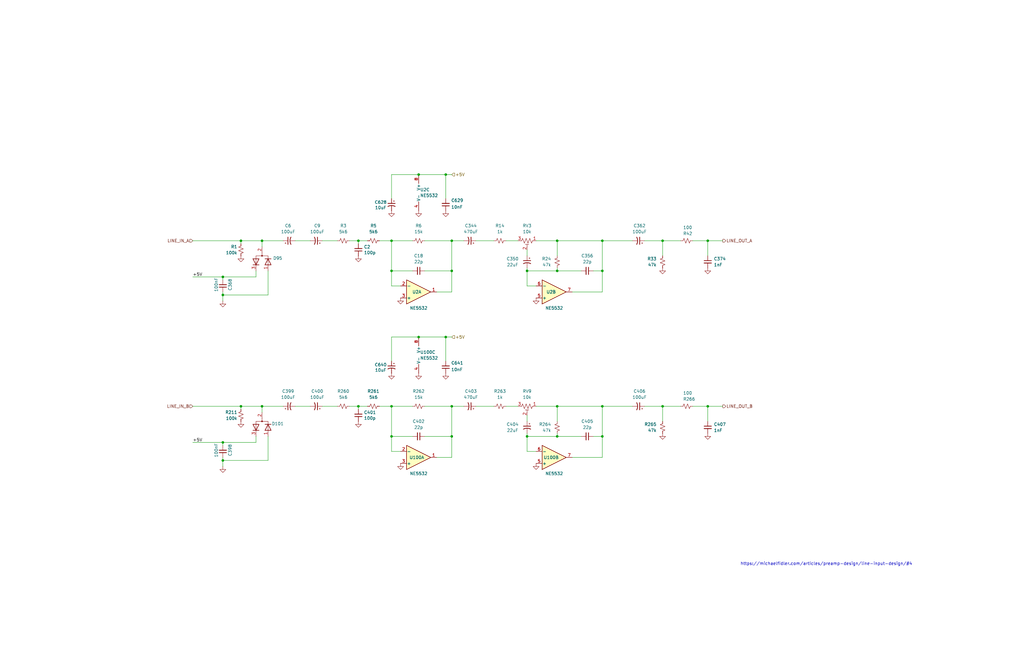
<source format=kicad_sch>
(kicad_sch (version 20250114) (generator "eeschema") (generator_version "9.0")
  (paper "B")
  (lib_symbols
    (symbol "Amplifier_Operational:NE5532" (pin_names (offset 0.127))
      (property "Reference" "U" (at 0 5.08 0))
      (property "Value" "NE5532" (at 0 -5.08 0))
      (symbol "NE5532_1_1"
        (polyline (pts (xy -5.08 5.08) (xy 5.08 0) (xy -5.08 -5.08) (xy -5.08 5.08)) (stroke (width 0.254)) (fill (type background)))
        (pin input line (at -7.62 2.54 0) (length 2.54) (name "+") (number "3"))
        (pin input line (at -7.62 -2.54 0) (length 2.54) (name "-") (number "2"))
        (pin output line (at 7.62 0 180) (length 2.54) (name "~") (number "1"))
      )
      (symbol "NE5532_2_1"
        (polyline (pts (xy -5.08 5.08) (xy 5.08 0) (xy -5.08 -5.08) (xy -5.08 5.08)) (stroke (width 0.254)) (fill (type background)))
        (pin input line (at -7.62 2.54 0) (length 2.54) (name "+") (number "5"))
        (pin input line (at -7.62 -2.54 0) (length 2.54) (name "-") (number "6"))
        (pin output line (at 7.62 0 180) (length 2.54) (name "~") (number "7"))
      )
      (symbol "NE5532_3_1"
        (pin power_in line (at -2.54 7.62 270) (length 3.81) (name "V+") (number "8"))
        (pin power_in line (at -2.54 -7.62 90) (length 3.81) (name "V-") (number "4"))
      )
    )
    (symbol "Device:C_Polarized_Small_US" (pin_numbers (hide yes)) (pin_names (offset 0.254) (hide yes))
      (property "Reference" "C" (at 0.254 1.778 0))
      (property "Value" "C_Polarized_Small_US" (at 0.254 -2.032 0))
      (symbol "C_Polarized_Small_US_0_1"
        (polyline (pts (xy -1.524 0.508) (xy 1.524 0.508)) (stroke (width 0.3048)))
        (polyline (pts (xy -1.27 1.524) (xy -0.762 1.524)))
        (polyline (pts (xy -1.016 1.27) (xy -1.016 1.778)))
        (arc (start -1.524 -0.762) (mid 0 -0.3734) (end 1.524 -0.762) (stroke (width 0.3048)))
      )
      (symbol "C_Polarized_Small_US_1_1"
        (pin passive line (at 0 2.54 270) (length 2.032) (name "~") (number "1"))
        (pin passive line (at 0 -2.54 90) (length 2.032) (name "~") (number "2"))
      )
    )
    (symbol "Device:C_Small" (pin_numbers (hide yes)) (pin_names (offset 0.254) (hide yes))
      (property "Reference" "C" (at 0.254 1.778 0))
      (property "Value" "C_Small" (at 0.254 -2.032 0))
      (symbol "C_Small_0_1"
        (polyline (pts (xy -1.524 0.508) (xy 1.524 0.508)) (stroke (width 0.3048)))
        (polyline (pts (xy -1.524 -0.508) (xy 1.524 -0.508)) (stroke (width 0.3302)))
      )
      (symbol "C_Small_1_1"
        (pin passive line (at 0 2.54 270) (length 2.032) (name "~") (number "1"))
        (pin passive line (at 0 -2.54 90) (length 2.032) (name "~") (number "2"))
      )
    )
    (symbol "Device:D_Dual_Series_ACK_Parallel" (pin_names (offset 0.762) (hide yes))
      (property "Reference" "D" (at 0 5.08 0))
      (property "Value" "D_Dual_Series_ACK_Parallel" (at 0 -5.08 0))
      (symbol "D_Dual_Series_ACK_Parallel_0_0"
        (polyline (pts (xy 0 -1.27) (xy 0 -3.81)) (stroke (width 0.254)))
        (polyline (pts (xy 2.54 3.81) (xy 2.54 1.27)) (stroke (width 0.254)))
      )
      (symbol "D_Dual_Series_ACK_Parallel_0_1"
        (circle (center -1.27 0) (radius 0.254) (fill (type outline)))
        (polyline (pts (xy -1.27 0) (xy -2.54 0)))
        (polyline (pts (xy 0 3.81) (xy 2.54 2.54) (xy 0 1.27) (xy 0 3.81) (xy 0 3.81) (xy 0 3.81)) (stroke (width 0.254)))
        (polyline (pts (xy 2.54 2.54) (xy -1.27 2.54) (xy -1.27 -2.54) (xy 2.54 -2.54)))
        (polyline (pts (xy 2.54 -1.27) (xy 0 -2.54) (xy 2.54 -3.81) (xy 2.54 -1.27) (xy 2.54 -1.27) (xy 2.54 -1.27)) (stroke (width 0.254)))
        (pin passive line (at -5.08 0 0) (length 2.54) (name "common") (number "2"))
        (pin passive line (at 5.08 2.54 180) (length 2.54) (name "K") (number "3"))
        (pin passive line (at 5.08 -2.54 180) (length 2.54) (name "A") (number "1"))
      )
    )
    (symbol "Device:R_Potentiometer_Trim_US" (pin_names (offset 1.016) (hide yes))
      (property "Reference" "RV" (at -4.445 0 90))
      (property "Value" "R_Potentiometer_Trim_US" (at -2.54 0 90))
      (symbol "R_Potentiometer_Trim_US_0_1"
        (polyline (pts (xy 0 2.286) (xy 0 2.54)))
        (polyline (pts (xy 0 2.286) (xy 1.016 1.905) (xy 0 1.524) (xy -1.016 1.143) (xy 0 0.762)))
        (polyline (pts (xy 0 0.762) (xy 1.016 0.381) (xy 0 0) (xy -1.016 -0.381) (xy 0 -0.762)))
        (polyline (pts (xy 0 -0.762) (xy 1.016 -1.143) (xy 0 -1.524) (xy -1.016 -1.905) (xy 0 -2.286)))
        (polyline (pts (xy 0 -2.286) (xy 0 -2.54)))
        (polyline (pts (xy 1.524 0.762) (xy 1.524 -0.762)))
        (polyline (pts (xy 2.54 0) (xy 1.524 0)))
      )
      (symbol "R_Potentiometer_Trim_US_1_1"
        (pin passive line (at 0 3.81 270) (length 1.27) (name "1") (number "1"))
        (pin passive line (at 0 -3.81 90) (length 1.27) (name "3") (number "3"))
        (pin passive line (at 3.81 0 180) (length 1.27) (name "2") (number "2"))
      )
    )
    (symbol "Device:R_Small_US" (pin_numbers (hide yes)) (pin_names (offset 0.254) (hide yes))
      (property "Reference" "R" (at 0.762 0.508 0))
      (property "Value" "R_Small_US" (at 0.762 -1.016 0))
      (symbol "R_Small_US_1_1"
        (polyline (pts (xy 0 1.524) (xy 1.016 1.143) (xy 0 0.762) (xy -1.016 0.381) (xy 0 0)))
        (polyline (pts (xy 0 0) (xy 1.016 -0.381) (xy 0 -0.762) (xy -1.016 -1.143) (xy 0 -1.524)))
        (pin passive line (at 0 2.54 270) (length 1.016) (name "~") (number "1"))
        (pin passive line (at 0 -2.54 90) (length 1.016) (name "~") (number "2"))
      )
    )
    (symbol "power:GND" (power) (pin_numbers (hide yes)) (pin_names (offset 0) (hide yes))
      (property "Value" "GND" (at 0 -3.81 0))
      (symbol "GND_0_1"
        (polyline (pts (xy 0 0) (xy 0 -1.27) (xy 1.27 -1.27) (xy 0 -2.54) (xy -1.27 -1.27) (xy 0 -1.27)))
      )
      (symbol "GND_1_1"
        (pin power_in line (at 0 0 270) (length 0) (name "~") (number "1"))
      )
    )
  )
  (text "https://michaelfidler.com/articles/preamp-design/line-input-design/#4" (at 348.488 237.998 0) (effects (font (size 1.27 1.27))))
  (junction (at 165.1 184.15))
  (junction (at 222.25 114.3))
  (junction (at 110.49 101.6))
  (junction (at 151.13 101.6))
  (junction (at 165.1 101.6))
  (junction (at 234.95 101.6))
  (junction (at 93.98 124.46))
  (junction (at 234.95 171.45))
  (junction (at 110.49 171.45))
  (junction (at 93.98 186.69))
  (junction (at 101.6 171.45))
  (junction (at 234.95 114.3))
  (junction (at 190.5 171.45))
  (junction (at 254 184.15))
  (junction (at 187.96 142.24))
  (junction (at 222.25 184.15))
  (junction (at 176.53 142.24))
  (junction (at 298.45 171.45))
  (junction (at 298.45 101.6))
  (junction (at 176.53 73.66))
  (junction (at 254 101.6))
  (junction (at 93.98 116.84))
  (junction (at 165.1 114.3))
  (junction (at 254 171.45))
  (junction (at 279.4 171.45))
  (junction (at 234.95 184.15))
  (junction (at 254 114.3))
  (junction (at 190.5 184.15))
  (junction (at 101.6 101.6))
  (junction (at 190.5 114.3))
  (junction (at 187.96 73.66))
  (junction (at 93.98 194.31))
  (junction (at 151.13 171.45))
  (junction (at 190.5 101.6))
  (junction (at 165.1 171.45))
  (junction (at 279.4 101.6))
  (wire (pts (xy 298.45 171.45) (xy 298.45 177.8)))
  (wire (pts (xy 187.96 142.24) (xy 176.53 142.24)))
  (wire (pts (xy 107.95 186.69) (xy 107.95 184.15)))
  (wire (pts (xy 151.13 172.72) (xy 151.13 171.45)))
  (wire (pts (xy 254 171.45) (xy 254 184.15)))
  (wire (pts (xy 254 101.6) (xy 234.95 101.6)))
  (wire (pts (xy 234.95 184.15) (xy 245.11 184.15)))
  (wire (pts (xy 165.1 83.82) (xy 165.1 73.66)))
  (wire (pts (xy 179.07 114.3) (xy 190.5 114.3)))
  (wire (pts (xy 298.45 101.6) (xy 298.45 107.95)))
  (wire (pts (xy 101.6 101.6) (xy 110.49 101.6)))
  (wire (pts (xy 226.06 120.65) (xy 222.25 120.65)))
  (wire (pts (xy 190.5 101.6) (xy 190.5 114.3)))
  (wire (pts (xy 81.28 101.6) (xy 101.6 101.6)))
  (wire (pts (xy 101.6 172.72) (xy 101.6 171.45)))
  (wire (pts (xy 222.25 120.65) (xy 222.25 114.3)))
  (wire (pts (xy 266.7 101.6) (xy 254 101.6)))
  (wire (pts (xy 110.49 104.14) (xy 110.49 101.6)))
  (wire (pts (xy 190.5 193.04) (xy 184.15 193.04)))
  (wire (pts (xy 113.03 114.3) (xy 113.03 124.46)))
  (wire (pts (xy 165.1 184.15) (xy 165.1 171.45)))
  (wire (pts (xy 165.1 184.15) (xy 173.99 184.15)))
  (wire (pts (xy 234.95 177.8) (xy 234.95 171.45)))
  (wire (pts (xy 279.4 101.6) (xy 271.78 101.6)))
  (wire (pts (xy 168.91 190.5) (xy 165.1 190.5)))
  (wire (pts (xy 254 101.6) (xy 254 114.3)))
  (wire (pts (xy 234.95 101.6) (xy 226.06 101.6)))
  (wire (pts (xy 241.3 123.19) (xy 254 123.19)))
  (wire (pts (xy 151.13 171.45) (xy 147.32 171.45)))
  (wire (pts (xy 250.19 184.15) (xy 254 184.15)))
  (wire (pts (xy 113.03 184.15) (xy 113.03 194.31)))
  (wire (pts (xy 234.95 114.3) (xy 222.25 114.3)))
  (wire (pts (xy 222.25 105.41) (xy 222.25 107.95)))
  (wire (pts (xy 113.03 124.46) (xy 93.98 124.46)))
  (wire (pts (xy 179.07 171.45) (xy 190.5 171.45)))
  (wire (pts (xy 250.19 114.3) (xy 254 114.3)))
  (wire (pts (xy 298.45 101.6) (xy 304.8 101.6)))
  (wire (pts (xy 234.95 171.45) (xy 226.06 171.45)))
  (wire (pts (xy 165.1 152.4) (xy 165.1 142.24)))
  (wire (pts (xy 113.03 194.31) (xy 93.98 194.31)))
  (wire (pts (xy 187.96 73.66) (xy 187.96 83.82)))
  (wire (pts (xy 107.95 186.69) (xy 93.98 186.69)))
  (wire (pts (xy 165.1 73.66) (xy 176.53 73.66)))
  (wire (pts (xy 110.49 171.45) (xy 119.38 171.45)))
  (wire (pts (xy 190.5 171.45) (xy 195.58 171.45)))
  (wire (pts (xy 200.66 171.45) (xy 208.28 171.45)))
  (wire (pts (xy 234.95 114.3) (xy 245.11 114.3)))
  (wire (pts (xy 107.95 116.84) (xy 107.95 114.3)))
  (wire (pts (xy 81.28 116.84) (xy 93.98 116.84)))
  (wire (pts (xy 279.4 101.6) (xy 287.02 101.6)))
  (wire (pts (xy 190.5 101.6) (xy 195.58 101.6)))
  (wire (pts (xy 187.96 73.66) (xy 176.53 73.66)))
  (wire (pts (xy 187.96 73.66) (xy 190.5 73.66)))
  (wire (pts (xy 101.6 102.87) (xy 101.6 101.6)))
  (wire (pts (xy 160.02 171.45) (xy 165.1 171.45)))
  (wire (pts (xy 93.98 127) (xy 93.98 124.46)))
  (wire (pts (xy 213.36 171.45) (xy 218.44 171.45)))
  (wire (pts (xy 279.4 107.95) (xy 279.4 101.6)))
  (wire (pts (xy 151.13 101.6) (xy 147.32 101.6)))
  (wire (pts (xy 254 171.45) (xy 234.95 171.45)))
  (wire (pts (xy 213.36 101.6) (xy 218.44 101.6)))
  (wire (pts (xy 93.98 196.85) (xy 93.98 194.31)))
  (wire (pts (xy 222.25 184.15) (xy 222.25 182.88)))
  (wire (pts (xy 254 123.19) (xy 254 114.3)))
  (wire (pts (xy 187.96 142.24) (xy 187.96 152.4)))
  (wire (pts (xy 234.95 113.03) (xy 234.95 114.3)))
  (wire (pts (xy 151.13 171.45) (xy 154.94 171.45)))
  (wire (pts (xy 222.25 190.5) (xy 222.25 184.15)))
  (wire (pts (xy 279.4 171.45) (xy 287.02 171.45)))
  (wire (pts (xy 165.1 142.24) (xy 176.53 142.24)))
  (wire (pts (xy 165.1 114.3) (xy 173.99 114.3)))
  (wire (pts (xy 190.5 114.3) (xy 190.5 123.19)))
  (wire (pts (xy 93.98 186.69) (xy 93.98 187.96)))
  (wire (pts (xy 110.49 101.6) (xy 119.38 101.6)))
  (wire (pts (xy 165.1 114.3) (xy 165.1 120.65)))
  (wire (pts (xy 292.1 171.45) (xy 298.45 171.45)))
  (wire (pts (xy 165.1 184.15) (xy 165.1 190.5)))
  (wire (pts (xy 165.1 171.45) (xy 173.99 171.45)))
  (wire (pts (xy 151.13 102.87) (xy 151.13 101.6)))
  (wire (pts (xy 165.1 114.3) (xy 165.1 101.6)))
  (wire (pts (xy 222.25 114.3) (xy 222.25 113.03)))
  (wire (pts (xy 107.95 116.84) (xy 93.98 116.84)))
  (wire (pts (xy 160.02 101.6) (xy 165.1 101.6)))
  (wire (pts (xy 135.89 171.45) (xy 142.24 171.45)))
  (wire (pts (xy 124.46 171.45) (xy 130.81 171.45)))
  (wire (pts (xy 81.28 186.69) (xy 93.98 186.69)))
  (wire (pts (xy 279.4 171.45) (xy 271.78 171.45)))
  (wire (pts (xy 222.25 175.26) (xy 222.25 177.8)))
  (wire (pts (xy 266.7 171.45) (xy 254 171.45)))
  (wire (pts (xy 200.66 101.6) (xy 208.28 101.6)))
  (wire (pts (xy 292.1 101.6) (xy 298.45 101.6)))
  (wire (pts (xy 110.49 173.99) (xy 110.49 171.45)))
  (wire (pts (xy 234.95 182.88) (xy 234.95 184.15)))
  (wire (pts (xy 165.1 101.6) (xy 173.99 101.6)))
  (wire (pts (xy 101.6 171.45) (xy 110.49 171.45)))
  (wire (pts (xy 279.4 177.8) (xy 279.4 171.45)))
  (wire (pts (xy 234.95 107.95) (xy 234.95 101.6)))
  (wire (pts (xy 241.3 193.04) (xy 254 193.04)))
  (wire (pts (xy 93.98 193.04) (xy 93.98 194.31)))
  (wire (pts (xy 124.46 101.6) (xy 130.81 101.6)))
  (wire (pts (xy 93.98 123.19) (xy 93.98 124.46)))
  (wire (pts (xy 81.28 171.45) (xy 101.6 171.45)))
  (wire (pts (xy 254 193.04) (xy 254 184.15)))
  (wire (pts (xy 93.98 116.84) (xy 93.98 118.11)))
  (wire (pts (xy 179.07 101.6) (xy 190.5 101.6)))
  (wire (pts (xy 190.5 123.19) (xy 184.15 123.19)))
  (wire (pts (xy 187.96 142.24) (xy 190.5 142.24)))
  (wire (pts (xy 298.45 171.45) (xy 304.8 171.45)))
  (wire (pts (xy 234.95 184.15) (xy 222.25 184.15)))
  (wire (pts (xy 190.5 184.15) (xy 190.5 193.04)))
  (wire (pts (xy 168.91 120.65) (xy 165.1 120.65)))
  (wire (pts (xy 179.07 184.15) (xy 190.5 184.15)))
  (wire (pts (xy 190.5 171.45) (xy 190.5 184.15)))
  (wire (pts (xy 151.13 101.6) (xy 154.94 101.6)))
  (wire (pts (xy 135.89 101.6) (xy 142.24 101.6)))
  (wire (pts (xy 226.06 190.5) (xy 222.25 190.5)))
  (label "+5V" (at 81.28 186.69 0))
  (label "+5V" (at 81.28 116.84 0))
  (hierarchical_label "LINE_OUT_A" (shape output) (at 304.8 101.6 0))
  (hierarchical_label "+5V" (shape input) (at 190.5 73.66 0))
  (hierarchical_label "+5V" (shape input) (at 190.5 142.24 0))
  (hierarchical_label "LINE_OUT_B" (shape output) (at 304.8 171.45 0))
  (hierarchical_label "LINE_IN_B" (shape input) (at 81.28 171.45 180))
  (hierarchical_label "LINE_IN_A" (shape input) (at 81.28 101.6 180))
  (symbol (lib_id "Device:C_Small") (at 247.65 114.3 270) (unit 1)
    (property "Reference" "C354" (at 247.6436 107.95 90))
    (property "Value" "22p" (at 247.6436 110.49 90))
    (property "Description" "Unpolarized capacitor, small symbol" (effects (hide yes)))
    (instances (project "PilotAudioPanel" (path "" (reference "C356") (unit 1)) (path "" (reference "C359") (unit 1)) (path "" (reference "C357") (unit 1)) (path "" (reference "C355") (unit 1)) (path "" (reference "C358") (unit 1)) (path "" (reference "C354") (unit 1))))
  )
  (symbol (lib_id "Device:R_Small_US") (at 210.82 101.6 90) (unit 1)
    (property "Reference" "R11" (at 210.82 95.25 90))
    (property "Value" "1k" (at 210.82 97.79 90))
    (property "Description" "Resistor, small US symbol" (effects (hide yes)))
    (instances (project "PilotAudioPanel" (path "" (reference "R14") (unit 1)) (path "" (reference "R19") (unit 1)) (path "" (reference "R16") (unit 1)) (path "" (reference "R12") (unit 1)) (path "" (reference "R18") (unit 1)) (path "" (reference "R11") (unit 1))))
  )
  (symbol (lib_id "Device:C_Small") (at 298.45 180.34 0) (unit 1)
    (property "Reference" "C387" (at 300.99 179.0762 0) (effects (justify left)))
    (property "Value" "1nF" (at 300.99 181.6162 0) (effects (justify left)))
    (property "Description" "Unpolarized capacitor, small symbol" (effects (hide yes)))
    (instances (project "PilotAudioPanel" (path "" (reference "C407") (unit 1)) (path "" (reference "C437") (unit 1)) (path "" (reference "C417") (unit 1)) (path "" (reference "C397") (unit 1)) (path "" (reference "C427") (unit 1)) (path "" (reference "C387") (unit 1))))
  )
  (symbol (lib_id "Amplifier_Operational:NE5532") (at 176.53 123.19 0) (mirror x) (unit 1)
    (property "Reference" "U3" (at 175.768 123.19 0))
    (property "Value" "NE5532" (at 176.53 129.9902 0))
    (property "Datasheet" "http://www.ti.com/lit/ds/symlink/ne5532.pdf" (effects (hide yes)))
    (property "Description" "Dual Low-Noise Operational Amplifiers, DIP-8/SOIC-8" (effects (hide yes)))
    (instances (project "PilotAudioPanel" (path "" (reference "U2") (unit 1)) (path "" (reference "U7") (unit 1)) (path "" (reference "U5") (unit 1)) (path "" (reference "U4") (unit 1)) (path "" (reference "U6") (unit 1)) (path "" (reference "U3") (unit 1))))
  )
  (symbol (lib_id "power:GND") (at 279.4 182.88 0) (unit 1)
    (property "Reference" "#PWR0565" (effects (hide yes)))
    (property "Value" "GND" (effects (hide yes)))
    (property "Description" "Power symbol creates a global label with name \"GND\" , ground" (effects (hide yes)))
    (instances (project "PilotAudioPanel" (path "" (reference "#PWR0579") (unit 1)) (path "" (reference "#PWR0600") (unit 1)) (path "" (reference "#PWR0586") (unit 1)) (path "" (reference "#PWR0572") (unit 1)) (path "" (reference "#PWR0593") (unit 1)) (path "" (reference "#PWR0565") (unit 1))))
  )
  (symbol (lib_id "Device:C_Small") (at 187.96 86.36 0) (mirror x) (unit 1)
    (property "Reference" "C170" (at 190.246 84.582 0) (effects (justify left)))
    (property "Value" "10nF" (at 190.246 87.376 0) (effects (justify left)))
    (property "Description" "Unpolarized capacitor, small symbol" (effects (hide yes)))
    (instances (project "PilotAudioPanel" (path "" (reference "C629") (unit 1)) (path "" (reference "C635") (unit 1)) (path "" (reference "C631") (unit 1)) (path "" (reference "C627") (unit 1)) (path "" (reference "C633") (unit 1)) (path "" (reference "C170") (unit 1))))
  )
  (symbol (lib_id "Device:C_Small") (at 187.96 154.94 0) (mirror x) (unit 1)
    (property "Reference" "C637" (at 190.246 153.162 0) (effects (justify left)))
    (property "Value" "10nF" (at 190.246 155.956 0) (effects (justify left)))
    (property "Description" "Unpolarized capacitor, small symbol" (effects (hide yes)))
    (instances (project "PilotAudioPanel" (path "" (reference "C641") (unit 1)) (path "" (reference "C647") (unit 1)) (path "" (reference "C643") (unit 1)) (path "" (reference "C639") (unit 1)) (path "" (reference "C645") (unit 1)) (path "" (reference "C637") (unit 1))))
  )
  (symbol (lib_id "Device:R_Small_US") (at 279.4 180.34 0) (mirror x) (unit 1)
    (property "Reference" "R192" (at 276.86 179.0699 0) (effects (justify right)))
    (property "Value" "47k" (at 276.86 181.6099 0) (effects (justify right)))
    (property "Description" "Resistor, small US symbol" (effects (hide yes)))
    (instances (project "PilotAudioPanel" (path "" (reference "R265") (unit 1)) (path "" (reference "R289") (unit 1)) (path "" (reference "R273") (unit 1)) (path "" (reference "R200") (unit 1)) (path "" (reference "R281") (unit 1)) (path "" (reference "R192") (unit 1))))
  )
  (symbol (lib_id "power:GND") (at 165.1 157.48 0) (unit 1)
    (property "Reference" "#PWR0382" (effects (hide yes)))
    (property "Value" "GND" (effects (hide yes)))
    (property "Description" "Power symbol creates a global label with name \"GND\" , ground" (effects (hide yes)))
    (instances (project "PilotAudioPanel" (path "" (reference "#PWR0386") (unit 1)) (path "" (reference "#PWR0392") (unit 1)) (path "" (reference "#PWR0388") (unit 1)) (path "" (reference "#PWR0384") (unit 1)) (path "" (reference "#PWR0390") (unit 1)) (path "" (reference "#PWR0382") (unit 1))))
  )
  (symbol (lib_id "Amplifier_Operational:NE5532") (at 179.07 149.86 0) (unit 3)
    (property "Reference" "U98" (at 177.165 148.6478 0) (effects (justify left)))
    (property "Value" "NE5532" (at 177.165 151.0721 0) (effects (justify left)))
    (property "Datasheet" "http://www.ti.com/lit/ds/symlink/ne5532.pdf" (effects (hide yes)))
    (property "Description" "Dual Low-Noise Operational Amplifiers, DIP-8/SOIC-8" (effects (hide yes)))
    (instances (project "PilotAudioPanel" (path "" (reference "U100") (unit 3)) (path "" (reference "U103") (unit 3)) (path "" (reference "U101") (unit 3)) (path "" (reference "U99") (unit 3)) (path "" (reference "U102") (unit 3)) (path "" (reference "U98") (unit 3))))
  )
  (symbol (lib_id "Device:C_Small") (at 176.53 184.15 270) (unit 1)
    (property "Reference" "C382" (at 176.5236 177.8 90))
    (property "Value" "22p" (at 176.5236 180.34 90))
    (property "Description" "Unpolarized capacitor, small symbol" (effects (hide yes)))
    (instances (project "PilotAudioPanel" (path "" (reference "C402") (unit 1)) (path "" (reference "C432") (unit 1)) (path "" (reference "C412") (unit 1)) (path "" (reference "C392") (unit 1)) (path "" (reference "C422") (unit 1)) (path "" (reference "C382") (unit 1))))
  )
  (symbol (lib_id "Device:C_Small") (at 151.13 175.26 180) (unit 1)
    (property "Reference" "C381" (at 153.4541 174.0414 0) (effects (justify right)))
    (property "Value" "100p" (at 153.4541 176.4657 0) (effects (justify right)))
    (property "Description" "Unpolarized capacitor, small symbol" (effects (hide yes)))
    (instances (project "PilotAudioPanel" (path "" (reference "C401") (unit 1)) (path "" (reference "C431") (unit 1)) (path "" (reference "C411") (unit 1)) (path "" (reference "C391") (unit 1)) (path "" (reference "C421") (unit 1)) (path "" (reference "C381") (unit 1))))
  )
  (symbol (lib_id "Device:C_Small") (at 298.45 110.49 0) (unit 1)
    (property "Reference" "C372" (at 300.99 109.2262 0) (effects (justify left)))
    (property "Value" "1nF" (at 300.99 111.7662 0) (effects (justify left)))
    (property "Description" "Unpolarized capacitor, small symbol" (effects (hide yes)))
    (instances (project "PilotAudioPanel" (path "" (reference "C374") (unit 1)) (path "" (reference "C377") (unit 1)) (path "" (reference "C375") (unit 1)) (path "" (reference "C373") (unit 1)) (path "" (reference "C376") (unit 1)) (path "" (reference "C372") (unit 1))))
  )
  (symbol (lib_id "Device:C_Polarized_Small_US") (at 121.92 171.45 90) (unit 1)
    (property "Reference" "C379" (at 121.4882 165.1 90))
    (property "Value" "100uF" (at 121.4882 167.64 90))
    (property "Description" "Polarized capacitor, small US symbol" (effects (hide yes)))
    (instances (project "PilotAudioPanel" (path "" (reference "C399") (unit 1)) (path "" (reference "C429") (unit 1)) (path "" (reference "C409") (unit 1)) (path "" (reference "C389") (unit 1)) (path "" (reference "C419") (unit 1)) (path "" (reference "C379") (unit 1))))
  )
  (symbol (lib_id "power:GND") (at 226.06 125.73 0) (unit 1)
    (property "Reference" "#PWR029" (effects (hide yes)))
    (property "Value" "GND" (effects (hide yes)))
    (property "Description" "Power symbol creates a global label with name \"GND\" , ground" (effects (hide yes)))
    (instances (project "PilotAudioPanel" (path "" (reference "#PWR031") (unit 1)) (path "" (reference "#PWR037") (unit 1)) (path "" (reference "#PWR035") (unit 1)) (path "" (reference "#PWR030") (unit 1)) (path "" (reference "#PWR036") (unit 1)) (path "" (reference "#PWR029") (unit 1))))
  )
  (symbol (lib_id "Device:R_Small_US") (at 101.6 175.26 0) (mirror y) (unit 1)
    (property "Reference" "R186" (at 100.076 173.99 0) (effects (justify left)))
    (property "Value" "100k" (at 100.076 176.53 0) (effects (justify left)))
    (property "Description" "Resistor, small US symbol" (effects (hide yes)))
    (instances (project "PilotAudioPanel" (path "" (reference "R211") (unit 1)) (path "" (reference "R283") (unit 1)) (path "" (reference "R267") (unit 1)) (path "" (reference "R194") (unit 1)) (path "" (reference "R275") (unit 1)) (path "" (reference "R186") (unit 1))))
  )
  (symbol (lib_id "Device:R_Small_US") (at 234.95 110.49 0) (mirror x) (unit 1)
    (property "Reference" "R20" (at 232.41 109.2199 0) (effects (justify right)))
    (property "Value" "47k" (at 232.41 111.7599 0) (effects (justify right)))
    (property "Description" "Resistor, small US symbol" (effects (hide yes)))
    (instances (project "PilotAudioPanel" (path "" (reference "R24") (unit 1)) (path "" (reference "R30") (unit 1)) (path "" (reference "R28") (unit 1)) (path "" (reference "R22") (unit 1)) (path "" (reference "R29") (unit 1)) (path "" (reference "R20") (unit 1))))
  )
  (symbol (lib_id "power:GND") (at 168.91 195.58 0) (unit 1)
    (property "Reference" "#PWR0563" (effects (hide yes)))
    (property "Value" "GND" (effects (hide yes)))
    (property "Description" "Power symbol creates a global label with name \"GND\" , ground" (effects (hide yes)))
    (instances (project "PilotAudioPanel" (path "" (reference "#PWR0577") (unit 1)) (path "" (reference "#PWR0598") (unit 1)) (path "" (reference "#PWR0584") (unit 1)) (path "" (reference "#PWR0570") (unit 1)) (path "" (reference "#PWR0591") (unit 1)) (path "" (reference "#PWR0563") (unit 1))))
  )
  (symbol (lib_id "Device:R_Small_US") (at 144.78 101.6 90) (unit 1)
    (property "Reference" "R13" (at 144.78 95.25 90))
    (property "Value" "5k6" (at 144.78 97.79 90))
    (property "Description" "Resistor, small US symbol" (effects (hide yes)))
    (instances (project "PilotAudioPanel" (path "" (reference "R3") (unit 1)) (path "" (reference "R39") (unit 1)) (path "" (reference "R38") (unit 1)) (path "" (reference "R21") (unit 1)) (path "" (reference "R37") (unit 1)) (path "" (reference "R13") (unit 1))))
  )
  (symbol (lib_id "Device:C_Polarized_Small_US") (at 121.92 101.6 90) (unit 1)
    (property "Reference" "C3" (at 121.4882 95.25 90))
    (property "Value" "100uF" (at 121.4882 97.79 90))
    (property "Description" "Polarized capacitor, small US symbol" (effects (hide yes)))
    (instances (project "" (path "" (reference "C6") (unit 1)) (path "" (reference "C12") (unit 1)) (path "" (reference "C8") (unit 1)) (path "" (reference "C4") (unit 1)) (path "" (reference "C10") (unit 1)) (path "" (reference "C3") (unit 1))))
  )
  (symbol (lib_id "Device:C_Polarized_Small_US") (at 222.25 110.49 0) (mirror y) (unit 1)
    (property "Reference" "C348" (at 216.154 109.22 0))
    (property "Value" "22uF" (at 216.154 111.76 0))
    (property "Description" "Polarized capacitor, small US symbol" (effects (hide yes)))
    (instances (project "PilotAudioPanel" (path "" (reference "C350") (unit 1)) (path "" (reference "C353") (unit 1)) (path "" (reference "C351") (unit 1)) (path "" (reference "C349") (unit 1)) (path "" (reference "C352") (unit 1)) (path "" (reference "C348") (unit 1))))
  )
  (symbol (lib_id "Amplifier_Operational:NE5532") (at 176.53 193.04 0) (mirror x) (unit 1)
    (property "Reference" "U98" (at 175.768 193.04 0))
    (property "Value" "NE5532" (at 176.53 199.8402 0))
    (property "Datasheet" "http://www.ti.com/lit/ds/symlink/ne5532.pdf" (effects (hide yes)))
    (property "Description" "Dual Low-Noise Operational Amplifiers, DIP-8/SOIC-8" (effects (hide yes)))
    (instances (project "PilotAudioPanel" (path "" (reference "U100") (unit 1)) (path "" (reference "U103") (unit 1)) (path "" (reference "U101") (unit 1)) (path "" (reference "U99") (unit 1)) (path "" (reference "U102") (unit 1)) (path "" (reference "U98") (unit 1))))
  )
  (symbol (lib_id "power:GND") (at 165.1 88.9 0) (unit 1)
    (property "Reference" "#PWR0309" (effects (hide yes)))
    (property "Value" "GND" (effects (hide yes)))
    (property "Description" "Power symbol creates a global label with name \"GND\" , ground" (effects (hide yes)))
    (instances (project "PilotAudioPanel" (path "" (reference "#PWR0314") (unit 1)) (path "" (reference "#PWR0380") (unit 1)) (path "" (reference "#PWR0376") (unit 1)) (path "" (reference "#PWR0311") (unit 1)) (path "" (reference "#PWR0378") (unit 1)) (path "" (reference "#PWR0309") (unit 1))))
  )
  (symbol (lib_id "Device:R_Small_US") (at 144.78 171.45 90) (unit 1)
    (property "Reference" "R187" (at 144.78 165.1 90))
    (property "Value" "5k6" (at 144.78 167.64 90))
    (property "Description" "Resistor, small US symbol" (effects (hide yes)))
    (instances (project "PilotAudioPanel" (path "" (reference "R260") (unit 1)) (path "" (reference "R284") (unit 1)) (path "" (reference "R268") (unit 1)) (path "" (reference "R195") (unit 1)) (path "" (reference "R276") (unit 1)) (path "" (reference "R187") (unit 1))))
  )
  (symbol (lib_id "Device:C_Small") (at 176.53 114.3 270) (unit 1)
    (property "Reference" "C16" (at 176.5236 107.95 90))
    (property "Value" "22p" (at 176.5236 110.49 90))
    (property "Description" "Unpolarized capacitor, small symbol" (effects (hide yes)))
    (instances (project "PilotAudioPanel" (path "" (reference "C18") (unit 1)) (path "" (reference "C24") (unit 1)) (path "" (reference "C22") (unit 1)) (path "" (reference "C17") (unit 1)) (path "" (reference "C23") (unit 1)) (path "" (reference "C16") (unit 1))))
  )
  (symbol (lib_id "Device:R_Small_US") (at 176.53 171.45 90) (unit 1)
    (property "Reference" "R189" (at 176.53 165.1 90))
    (property "Value" "15k" (at 176.53 167.64 90))
    (property "Description" "Resistor, small US symbol" (effects (hide yes)))
    (instances (project "PilotAudioPanel" (path "" (reference "R262") (unit 1)) (path "" (reference "R286") (unit 1)) (path "" (reference "R270") (unit 1)) (path "" (reference "R197") (unit 1)) (path "" (reference "R278") (unit 1)) (path "" (reference "R189") (unit 1))))
  )
  (symbol (lib_id "Device:C_Small") (at 93.98 120.65 0) (mirror x) (unit 1)
    (property "Reference" "C366" (at 97.028 122.682 90) (effects (justify right)))
    (property "Value" "100nF" (at 91.186 123.19 90) (effects (justify right)))
    (property "Description" "Unpolarized capacitor, small symbol" (effects (hide yes)))
    (instances (project "PilotAudioPanel" (path "" (reference "C368") (unit 1)) (path "" (reference "C371") (unit 1)) (path "" (reference "C369") (unit 1)) (path "" (reference "C367") (unit 1)) (path "" (reference "C370") (unit 1)) (path "" (reference "C366") (unit 1))))
  )
  (symbol (lib_id "power:GND") (at 187.96 88.9 0) (mirror y) (unit 1)
    (property "Reference" "#PWR0310" (effects (hide yes)))
    (property "Value" "GND" (effects (hide yes)))
    (property "Description" "Power symbol creates a global label with name \"GND\" , ground" (effects (hide yes)))
    (instances (project "PilotAudioPanel" (path "" (reference "#PWR0322") (unit 1)) (path "" (reference "#PWR0381") (unit 1)) (path "" (reference "#PWR0377") (unit 1)) (path "" (reference "#PWR0313") (unit 1)) (path "" (reference "#PWR0379") (unit 1)) (path "" (reference "#PWR0310") (unit 1))))
  )
  (symbol (lib_id "Device:R_Potentiometer_Trim_US") (at 222.25 171.45 270) (unit 1)
    (property "Reference" "RV7" (at 222.25 165.1 90))
    (property "Value" "10k" (at 222.25 167.64 90))
    (property "Description" "Trim-potentiometer, US symbol" (effects (hide yes)))
    (instances (project "PilotAudioPanel" (path "" (reference "RV9") (unit 1)) (path "" (reference "RV12") (unit 1)) (path "" (reference "RV10") (unit 1)) (path "" (reference "RV8") (unit 1)) (path "" (reference "RV11") (unit 1)) (path "" (reference "RV7") (unit 1))))
  )
  (symbol (lib_id "power:GND") (at 101.6 107.95 0) (unit 1)
    (property "Reference" "#PWR07" (effects (hide yes)))
    (property "Value" "GND" (effects (hide yes)))
    (property "Description" "Power symbol creates a global label with name \"GND\" , ground" (effects (hide yes)))
    (instances (project "PilotAudioPanel" (path "" (reference "#PWR03") (unit 1)) (path "" (reference "#PWR022") (unit 1)) (path "" (reference "#PWR020") (unit 1)) (path "" (reference "#PWR013") (unit 1)) (path "" (reference "#PWR021") (unit 1)) (path "" (reference "#PWR07") (unit 1))))
  )
  (symbol (lib_id "Device:R_Small_US") (at 157.48 101.6 90) (unit 1)
    (property "Reference" "R15" (at 157.48 95.25 90))
    (property "Value" "5k6" (at 157.48 97.79 90))
    (property "Description" "Resistor, small US symbol" (effects (hide yes)))
    (instances (project "PilotAudioPanel" (path "" (reference "R5") (unit 1)) (path "" (reference "R45") (unit 1)) (path "" (reference "R43") (unit 1)) (path "" (reference "R23") (unit 1)) (path "" (reference "R44") (unit 1)) (path "" (reference "R15") (unit 1))))
  )
  (symbol (lib_id "Device:C_Polarized_Small_US") (at 222.25 180.34 0) (mirror y) (unit 1)
    (property "Reference" "C384" (at 216.154 179.07 0))
    (property "Value" "22uF" (at 216.154 181.61 0))
    (property "Description" "Polarized capacitor, small US symbol" (effects (hide yes)))
    (instances (project "PilotAudioPanel" (path "" (reference "C404") (unit 1)) (path "" (reference "C434") (unit 1)) (path "" (reference "C414") (unit 1)) (path "" (reference "C394") (unit 1)) (path "" (reference "C424") (unit 1)) (path "" (reference "C384") (unit 1))))
  )
  (symbol (lib_id "Device:C_Polarized_Small_US") (at 165.1 154.94 0) (mirror y) (unit 1)
    (property "Reference" "C636" (at 160.528 153.924 0))
    (property "Value" "10uF" (at 160.528 156.21 0))
    (property "Description" "Polarized capacitor, small US symbol" (effects (hide yes)))
    (instances (project "PilotAudioPanel" (path "" (reference "C640") (unit 1)) (path "" (reference "C646") (unit 1)) (path "" (reference "C642") (unit 1)) (path "" (reference "C638") (unit 1)) (path "" (reference "C644") (unit 1)) (path "" (reference "C636") (unit 1))))
  )
  (symbol (lib_id "power:GND") (at 226.06 195.58 0) (unit 1)
    (property "Reference" "#PWR0564" (effects (hide yes)))
    (property "Value" "GND" (effects (hide yes)))
    (property "Description" "Power symbol creates a global label with name \"GND\" , ground" (effects (hide yes)))
    (instances (project "PilotAudioPanel" (path "" (reference "#PWR0578") (unit 1)) (path "" (reference "#PWR0599") (unit 1)) (path "" (reference "#PWR0585") (unit 1)) (path "" (reference "#PWR0571") (unit 1)) (path "" (reference "#PWR0592") (unit 1)) (path "" (reference "#PWR0564") (unit 1))))
  )
  (symbol (lib_id "power:GND") (at 168.91 125.73 0) (unit 1)
    (property "Reference" "#PWR02" (effects (hide yes)))
    (property "Value" "GND" (effects (hide yes)))
    (property "Description" "Power symbol creates a global label with name \"GND\" , ground" (effects (hide yes)))
    (instances (project "PilotAudioPanel" (path "" (reference "#PWR05") (unit 1)) (path "" (reference "#PWR09") (unit 1)) (path "" (reference "#PWR06") (unit 1)) (path "" (reference "#PWR04") (unit 1)) (path "" (reference "#PWR08") (unit 1)) (path "" (reference "#PWR02") (unit 1))))
  )
  (symbol (lib_id "Device:R_Small_US") (at 234.95 180.34 0) (mirror x) (unit 1)
    (property "Reference" "R191" (at 232.41 179.0699 0) (effects (justify right)))
    (property "Value" "47k" (at 232.41 181.6099 0) (effects (justify right)))
    (property "Description" "Resistor, small US symbol" (effects (hide yes)))
    (instances (project "PilotAudioPanel" (path "" (reference "R264") (unit 1)) (path "" (reference "R288") (unit 1)) (path "" (reference "R272") (unit 1)) (path "" (reference "R199") (unit 1)) (path "" (reference "R280") (unit 1)) (path "" (reference "R191") (unit 1))))
  )
  (symbol (lib_id "Amplifier_Operational:NE5532") (at 179.07 81.28 0) (unit 3)
    (property "Reference" "U3" (at 177.165 80.0678 0) (effects (justify left)))
    (property "Value" "NE5532" (at 177.165 82.4921 0) (effects (justify left)))
    (property "Datasheet" "http://www.ti.com/lit/ds/symlink/ne5532.pdf" (effects (hide yes)))
    (property "Description" "Dual Low-Noise Operational Amplifiers, DIP-8/SOIC-8" (effects (hide yes)))
    (instances (project "PilotAudioPanel" (path "" (reference "U2") (unit 3)) (path "" (reference "U7") (unit 3)) (path "" (reference "U5") (unit 3)) (path "" (reference "U4") (unit 3)) (path "" (reference "U6") (unit 3)) (path "" (reference "U3") (unit 3))))
  )
  (symbol (lib_id "power:GND") (at 151.13 177.8 0) (unit 1)
    (property "Reference" "#PWR0562" (effects (hide yes)))
    (property "Value" "GND" (effects (hide yes)))
    (property "Description" "Power symbol creates a global label with name \"GND\" , ground" (effects (hide yes)))
    (instances (project "PilotAudioPanel" (path "" (reference "#PWR0576") (unit 1)) (path "" (reference "#PWR0597") (unit 1)) (path "" (reference "#PWR0583") (unit 1)) (path "" (reference "#PWR0569") (unit 1)) (path "" (reference "#PWR0590") (unit 1)) (path "" (reference "#PWR0562") (unit 1))))
  )
  (symbol (lib_id "Device:D_Dual_Series_ACK_Parallel") (at 110.49 179.07 90) (mirror x) (unit 1)
    (property "Reference" "D99" (at 117.094 178.816 90))
    (property "Value" "D_Dual_Series_ACK_Parallel" (effects (hide yes)))
    (property "Description" "Dual diode, anode/center/cathode" (effects (hide yes)))
    (instances (project "PilotAudioPanel" (path "" (reference "D101") (unit 1)) (path "" (reference "D104") (unit 1)) (path "" (reference "D102") (unit 1)) (path "" (reference "D100") (unit 1)) (path "" (reference "D103") (unit 1)) (path "" (reference "D99") (unit 1))))
  )
  (symbol (lib_id "Device:C_Small") (at 93.98 190.5 0) (mirror x) (unit 1)
    (property "Reference" "C378" (at 97.028 192.532 90) (effects (justify right)))
    (property "Value" "100nF" (at 91.186 193.04 90) (effects (justify right)))
    (property "Description" "Unpolarized capacitor, small symbol" (effects (hide yes)))
    (instances (project "PilotAudioPanel" (path "" (reference "C398") (unit 1)) (path "" (reference "C428") (unit 1)) (path "" (reference "C408") (unit 1)) (path "" (reference "C388") (unit 1)) (path "" (reference "C418") (unit 1)) (path "" (reference "C378") (unit 1))))
  )
  (symbol (lib_id "Amplifier_Operational:NE5532") (at 233.68 193.04 0) (mirror x) (unit 2)
    (property "Reference" "U98" (at 232.41 193.04 0))
    (property "Value" "NE5532" (at 233.68 199.8402 0))
    (property "Datasheet" "http://www.ti.com/lit/ds/symlink/ne5532.pdf" (effects (hide yes)))
    (property "Description" "Dual Low-Noise Operational Amplifiers, DIP-8/SOIC-8" (effects (hide yes)))
    (instances (project "PilotAudioPanel" (path "" (reference "U100") (unit 2)) (path "" (reference "U103") (unit 2)) (path "" (reference "U101") (unit 2)) (path "" (reference "U99") (unit 2)) (path "" (reference "U102") (unit 2)) (path "" (reference "U98") (unit 2))))
  )
  (symbol (lib_id "Device:C_Small") (at 247.65 184.15 270) (unit 1)
    (property "Reference" "C385" (at 247.6436 177.8 90))
    (property "Value" "22p" (at 247.6436 180.34 90))
    (property "Description" "Unpolarized capacitor, small symbol" (effects (hide yes)))
    (instances (project "PilotAudioPanel" (path "" (reference "C405") (unit 1)) (path "" (reference "C435") (unit 1)) (path "" (reference "C415") (unit 1)) (path "" (reference "C395") (unit 1)) (path "" (reference "C425") (unit 1)) (path "" (reference "C385") (unit 1))))
  )
  (symbol (lib_id "Device:R_Small_US") (at 289.56 101.6 90) (unit 1)
    (property "Reference" "R40" (at 288.036 98.552 90) (effects (justify right)))
    (property "Value" "100" (at 288.036 96.012 90) (effects (justify right)))
    (property "Description" "Resistor, small US symbol" (effects (hide yes)))
    (instances (project "PilotAudioPanel" (path "" (reference "R42") (unit 1)) (path "" (reference "R48") (unit 1)) (path "" (reference "R46") (unit 1)) (path "" (reference "R41") (unit 1)) (path "" (reference "R47") (unit 1)) (path "" (reference "R40") (unit 1))))
  )
  (symbol (lib_id "Device:R_Small_US") (at 157.48 171.45 90) (unit 1)
    (property "Reference" "R188" (at 157.48 165.1 90))
    (property "Value" "5k6" (at 157.48 167.64 90))
    (property "Description" "Resistor, small US symbol" (effects (hide yes)))
    (instances (project "PilotAudioPanel" (path "" (reference "R261") (unit 1)) (path "" (reference "R285") (unit 1)) (path "" (reference "R269") (unit 1)) (path "" (reference "R196") (unit 1)) (path "" (reference "R277") (unit 1)) (path "" (reference "R188") (unit 1))))
  )
  (symbol (lib_id "power:GND") (at 176.53 88.9 0) (mirror y) (unit 1)
    (property "Reference" "#PWR0394" (effects (hide yes)))
    (property "Value" "GND" (effects (hide yes)))
    (property "Description" "Power symbol creates a global label with name \"GND\" , ground" (effects (hide yes)))
    (instances (project "PilotAudioPanel" (path "" (reference "#PWR0800") (unit 1)) (path "" (reference "#PWR0803") (unit 1)) (path "" (reference "#PWR0801") (unit 1)) (path "" (reference "#PWR0799") (unit 1)) (path "" (reference "#PWR0802") (unit 1)) (path "" (reference "#PWR0394") (unit 1))))
  )
  (symbol (lib_id "Device:C_Polarized_Small_US") (at 269.24 101.6 270) (mirror x) (unit 1)
    (property "Reference" "C360" (at 269.6718 95.25 90))
    (property "Value" "100uF" (at 269.6718 97.79 90))
    (property "Description" "Polarized capacitor, small US symbol" (effects (hide yes)))
    (instances (project "PilotAudioPanel" (path "" (reference "C362") (unit 1)) (path "" (reference "C365") (unit 1)) (path "" (reference "C363") (unit 1)) (path "" (reference "C361") (unit 1)) (path "" (reference "C364") (unit 1)) (path "" (reference "C360") (unit 1))))
  )
  (symbol (lib_id "power:GND") (at 176.53 157.48 0) (mirror y) (unit 1)
    (property "Reference" "#PWR0804" (effects (hide yes)))
    (property "Value" "GND" (effects (hide yes)))
    (property "Description" "Power symbol creates a global label with name \"GND\" , ground" (effects (hide yes)))
    (instances (project "PilotAudioPanel" (path "" (reference "#PWR0806") (unit 1)) (path "" (reference "#PWR0809") (unit 1)) (path "" (reference "#PWR0807") (unit 1)) (path "" (reference "#PWR0805") (unit 1)) (path "" (reference "#PWR0808") (unit 1)) (path "" (reference "#PWR0804") (unit 1))))
  )
  (symbol (lib_id "power:GND") (at 298.45 182.88 0) (unit 1)
    (property "Reference" "#PWR0566" (effects (hide yes)))
    (property "Value" "GND" (effects (hide yes)))
    (property "Description" "Power symbol creates a global label with name \"GND\" , ground" (effects (hide yes)))
    (instances (project "PilotAudioPanel" (path "" (reference "#PWR0580") (unit 1)) (path "" (reference "#PWR0601") (unit 1)) (path "" (reference "#PWR0587") (unit 1)) (path "" (reference "#PWR0573") (unit 1)) (path "" (reference "#PWR0594") (unit 1)) (path "" (reference "#PWR0566") (unit 1))))
  )
  (symbol (lib_id "Device:C_Polarized_Small_US") (at 269.24 171.45 270) (mirror x) (unit 1)
    (property "Reference" "C386" (at 269.6718 165.1 90))
    (property "Value" "100uF" (at 269.6718 167.64 90))
    (property "Description" "Polarized capacitor, small US symbol" (effects (hide yes)))
    (instances (project "PilotAudioPanel" (path "" (reference "C406") (unit 1)) (path "" (reference "C436") (unit 1)) (path "" (reference "C416") (unit 1)) (path "" (reference "C396") (unit 1)) (path "" (reference "C426") (unit 1)) (path "" (reference "C386") (unit 1))))
  )
  (symbol (lib_id "power:GND") (at 93.98 127 0) (unit 1)
    (property "Reference" "#PWR023" (effects (hide yes)))
    (property "Value" "GND" (effects (hide yes)))
    (property "Description" "Power symbol creates a global label with name \"GND\" , ground" (effects (hide yes)))
    (instances (project "PilotAudioPanel" (path "" (reference "#PWR025") (unit 1)) (path "" (reference "#PWR028") (unit 1)) (path "" (reference "#PWR026") (unit 1)) (path "" (reference "#PWR024") (unit 1)) (path "" (reference "#PWR027") (unit 1)) (path "" (reference "#PWR023") (unit 1))))
  )
  (symbol (lib_id "Device:R_Small_US") (at 176.53 101.6 90) (unit 1)
    (property "Reference" "R2" (at 176.53 95.25 90))
    (property "Value" "15k" (at 176.53 97.79 90))
    (property "Description" "Resistor, small US symbol" (effects (hide yes)))
    (instances (project "PilotAudioPanel" (path "" (reference "R6") (unit 1)) (path "" (reference "R10") (unit 1)) (path "" (reference "R7") (unit 1)) (path "" (reference "R4") (unit 1)) (path "" (reference "R8") (unit 1)) (path "" (reference "R2") (unit 1))))
  )
  (symbol (lib_id "Device:C_Small") (at 151.13 105.41 180) (unit 1)
    (property "Reference" "C7" (at 153.4541 104.1914 0) (effects (justify right)))
    (property "Value" "100p" (at 153.4541 106.6157 0) (effects (justify right)))
    (property "Description" "Unpolarized capacitor, small symbol" (effects (hide yes)))
    (instances (project "PilotAudioPanel" (path "" (reference "C2") (unit 1)) (path "" (reference "C21") (unit 1)) (path "" (reference "C19") (unit 1)) (path "" (reference "C11") (unit 1)) (path "" (reference "C20") (unit 1)) (path "" (reference "C7") (unit 1))))
  )
  (symbol (lib_id "Device:C_Polarized_Small_US") (at 198.12 171.45 270) (mirror x) (unit 1)
    (property "Reference" "C383" (at 198.5518 165.1 90))
    (property "Value" "470uF" (at 198.5518 167.64 90))
    (property "Description" "Polarized capacitor, small US symbol" (effects (hide yes)))
    (instances (project "PilotAudioPanel" (path "" (reference "C403") (unit 1)) (path "" (reference "C433") (unit 1)) (path "" (reference "C413") (unit 1)) (path "" (reference "C393") (unit 1)) (path "" (reference "C423") (unit 1)) (path "" (reference "C383") (unit 1))))
  )
  (symbol (lib_id "power:GND") (at 187.96 157.48 0) (mirror y) (unit 1)
    (property "Reference" "#PWR0383" (effects (hide yes)))
    (property "Value" "GND" (effects (hide yes)))
    (property "Description" "Power symbol creates a global label with name \"GND\" , ground" (effects (hide yes)))
    (instances (project "PilotAudioPanel" (path "" (reference "#PWR0387") (unit 1)) (path "" (reference "#PWR0393") (unit 1)) (path "" (reference "#PWR0389") (unit 1)) (path "" (reference "#PWR0385") (unit 1)) (path "" (reference "#PWR0391") (unit 1)) (path "" (reference "#PWR0383") (unit 1))))
  )
  (symbol (lib_id "Device:R_Small_US") (at 289.56 171.45 90) (unit 1)
    (property "Reference" "R193" (at 288.036 168.402 90) (effects (justify right)))
    (property "Value" "100" (at 288.036 165.862 90) (effects (justify right)))
    (property "Description" "Resistor, small US symbol" (effects (hide yes)))
    (instances (project "PilotAudioPanel" (path "" (reference "R266") (unit 1)) (path "" (reference "R290") (unit 1)) (path "" (reference "R274") (unit 1)) (path "" (reference "R201") (unit 1)) (path "" (reference "R282") (unit 1)) (path "" (reference "R193") (unit 1))))
  )
  (symbol (lib_id "Device:R_Small_US") (at 210.82 171.45 90) (unit 1)
    (property "Reference" "R190" (at 210.82 165.1 90))
    (property "Value" "1k" (at 210.82 167.64 90))
    (property "Description" "Resistor, small US symbol" (effects (hide yes)))
    (instances (project "PilotAudioPanel" (path "" (reference "R263") (unit 1)) (path "" (reference "R287") (unit 1)) (path "" (reference "R271") (unit 1)) (path "" (reference "R198") (unit 1)) (path "" (reference "R279") (unit 1)) (path "" (reference "R190") (unit 1))))
  )
  (symbol (lib_id "Device:D_Dual_Series_ACK_Parallel") (at 110.49 109.22 90) (mirror x) (unit 1)
    (property "Reference" "D93" (at 117.094 108.966 90))
    (property "Value" "D_Dual_Series_ACK_Parallel" (effects (hide yes)))
    (property "Description" "Dual diode, anode/center/cathode" (effects (hide yes)))
    (instances (project "PilotAudioPanel" (path "" (reference "D95") (unit 1)) (path "" (reference "D98") (unit 1)) (path "" (reference "D96") (unit 1)) (path "" (reference "D94") (unit 1)) (path "" (reference "D97") (unit 1)) (path "" (reference "D93") (unit 1))))
  )
  (symbol (lib_id "power:GND") (at 93.98 196.85 0) (unit 1)
    (property "Reference" "#PWR0560" (effects (hide yes)))
    (property "Value" "GND" (effects (hide yes)))
    (property "Description" "Power symbol creates a global label with name \"GND\" , ground" (effects (hide yes)))
    (instances (project "PilotAudioPanel" (path "" (reference "#PWR0574") (unit 1)) (path "" (reference "#PWR0595") (unit 1)) (path "" (reference "#PWR0581") (unit 1)) (path "" (reference "#PWR0567") (unit 1)) (path "" (reference "#PWR0588") (unit 1)) (path "" (reference "#PWR0560") (unit 1))))
  )
  (symbol (lib_id "Device:C_Polarized_Small_US") (at 198.12 101.6 270) (mirror x) (unit 1)
    (property "Reference" "C342" (at 198.5518 95.25 90))
    (property "Value" "470uF" (at 198.5518 97.79 90))
    (property "Description" "Polarized capacitor, small US symbol" (effects (hide yes)))
    (instances (project "PilotAudioPanel" (path "" (reference "C344") (unit 1)) (path "" (reference "C347") (unit 1)) (path "" (reference "C345") (unit 1)) (path "" (reference "C343") (unit 1)) (path "" (reference "C346") (unit 1)) (path "" (reference "C342") (unit 1))))
  )
  (symbol (lib_id "Device:C_Polarized_Small_US") (at 133.35 171.45 270) (mirror x) (unit 1)
    (property "Reference" "C380" (at 133.7818 165.1 90))
    (property "Value" "100uF" (at 133.7818 167.64 90))
    (property "Description" "Polarized capacitor, small US symbol" (effects (hide yes)))
    (instances (project "PilotAudioPanel" (path "" (reference "C400") (unit 1)) (path "" (reference "C430") (unit 1)) (path "" (reference "C410") (unit 1)) (path "" (reference "C390") (unit 1)) (path "" (reference "C420") (unit 1)) (path "" (reference "C380") (unit 1))))
  )
  (symbol (lib_id "power:GND") (at 279.4 113.03 0) (unit 1)
    (property "Reference" "#PWR010" (effects (hide yes)))
    (property "Value" "GND" (effects (hide yes)))
    (property "Description" "Power symbol creates a global label with name \"GND\" , ground" (effects (hide yes)))
    (instances (project "PilotAudioPanel" (path "" (reference "#PWR014") (unit 1)) (path "" (reference "#PWR018") (unit 1)) (path "" (reference "#PWR015") (unit 1)) (path "" (reference "#PWR012") (unit 1)) (path "" (reference "#PWR016") (unit 1)) (path "" (reference "#PWR010") (unit 1))))
  )
  (symbol (lib_id "Device:R_Potentiometer_Trim_US") (at 222.25 101.6 270) (unit 1)
    (property "Reference" "RV1" (at 222.25 95.25 90))
    (property "Value" "10k" (at 222.25 97.79 90))
    (property "Description" "Trim-potentiometer, US symbol" (effects (hide yes)))
    (instances (project "" (path "" (reference "RV3") (unit 1)) (path "" (reference "RV6") (unit 1)) (path "" (reference "RV4") (unit 1)) (path "" (reference "RV2") (unit 1)) (path "" (reference "RV5") (unit 1)) (path "" (reference "RV1") (unit 1))))
  )
  (symbol (lib_id "Device:R_Small_US") (at 279.4 110.49 0) (mirror x) (unit 1)
    (property "Reference" "R31" (at 276.86 109.2199 0) (effects (justify right)))
    (property "Value" "47k" (at 276.86 111.7599 0) (effects (justify right)))
    (property "Description" "Resistor, small US symbol" (effects (hide yes)))
    (instances (project "PilotAudioPanel" (path "" (reference "R33") (unit 1)) (path "" (reference "R36") (unit 1)) (path "" (reference "R34") (unit 1)) (path "" (reference "R32") (unit 1)) (path "" (reference "R35") (unit 1)) (path "" (reference "R31") (unit 1))))
  )
  (symbol (lib_id "power:GND") (at 151.13 107.95 0) (unit 1)
    (property "Reference" "#PWR011" (effects (hide yes)))
    (property "Value" "GND" (effects (hide yes)))
    (property "Description" "Power symbol creates a global label with name \"GND\" , ground" (effects (hide yes)))
    (instances (project "PilotAudioPanel" (path "" (reference "#PWR01") (unit 1)) (path "" (reference "#PWR034") (unit 1)) (path "" (reference "#PWR033") (unit 1)) (path "" (reference "#PWR017") (unit 1)) (path "" (reference "#PWR032") (unit 1)) (path "" (reference "#PWR011") (unit 1))))
  )
  (symbol (lib_id "Amplifier_Operational:NE5532") (at 233.68 123.19 0) (mirror x) (unit 2)
    (property "Reference" "U3" (at 232.41 123.19 0))
    (property "Value" "NE5532" (at 233.68 129.9902 0))
    (property "Datasheet" "http://www.ti.com/lit/ds/symlink/ne5532.pdf" (effects (hide yes)))
    (property "Description" "Dual Low-Noise Operational Amplifiers, DIP-8/SOIC-8" (effects (hide yes)))
    (instances (project "PilotAudioPanel" (path "" (reference "U2") (unit 2)) (path "" (reference "U7") (unit 2)) (path "" (reference "U5") (unit 2)) (path "" (reference "U4") (unit 2)) (path "" (reference "U6") (unit 2)) (path "" (reference "U3") (unit 2))))
  )
  (symbol (lib_id "power:GND") (at 101.6 177.8 0) (unit 1)
    (property "Reference" "#PWR0561" (effects (hide yes)))
    (property "Value" "GND" (effects (hide yes)))
    (property "Description" "Power symbol creates a global label with name \"GND\" , ground" (effects (hide yes)))
    (instances (project "PilotAudioPanel" (path "" (reference "#PWR0575") (unit 1)) (path "" (reference "#PWR0596") (unit 1)) (path "" (reference "#PWR0582") (unit 1)) (path "" (reference "#PWR0568") (unit 1)) (path "" (reference "#PWR0589") (unit 1)) (path "" (reference "#PWR0561") (unit 1))))
  )
  (symbol (lib_id "power:GND") (at 298.45 113.03 0) (unit 1)
    (property "Reference" "#PWR0554" (effects (hide yes)))
    (property "Value" "GND" (effects (hide yes)))
    (property "Description" "Power symbol creates a global label with name \"GND\" , ground" (effects (hide yes)))
    (instances (project "PilotAudioPanel" (path "" (reference "#PWR0556") (unit 1)) (path "" (reference "#PWR0559") (unit 1)) (path "" (reference "#PWR0557") (unit 1)) (path "" (reference "#PWR0555") (unit 1)) (path "" (reference "#PWR0558") (unit 1)) (path "" (reference "#PWR0554") (unit 1))))
  )
  (symbol (lib_id "Device:C_Polarized_Small_US") (at 165.1 86.36 0) (mirror y) (unit 1)
    (property "Reference" "C169" (at 160.528 85.344 0))
    (property "Value" "10uF" (at 160.528 87.63 0))
    (property "Description" "Polarized capacitor, small US symbol" (effects (hide yes)))
    (instances (project "PilotAudioPanel" (path "" (reference "C628") (unit 1)) (path "" (reference "C634") (unit 1)) (path "" (reference "C630") (unit 1)) (path "" (reference "C626") (unit 1)) (path "" (reference "C632") (unit 1)) (path "" (reference "C169") (unit 1))))
  )
  (symbol (lib_id "Device:R_Small_US") (at 101.6 105.41 0) (mirror y) (unit 1)
    (property "Reference" "R9" (at 100.076 104.14 0) (effects (justify left)))
    (property "Value" "100k" (at 100.076 106.68 0) (effects (justify left)))
    (property "Description" "Resistor, small US symbol" (effects (hide yes)))
    (instances (project "PilotAudioPanel" (path "" (reference "R1") (unit 1)) (path "" (reference "R27") (unit 1)) (path "" (reference "R25") (unit 1)) (path "" (reference "R17") (unit 1)) (path "" (reference "R26") (unit 1)) (path "" (reference "R9") (unit 1))))
  )
  (symbol (lib_id "Device:C_Polarized_Small_US") (at 133.35 101.6 270) (mirror x) (unit 1)
    (property "Reference" "C1" (at 133.7818 95.25 90))
    (property "Value" "100uF" (at 133.7818 97.79 90))
    (property "Description" "Polarized capacitor, small US symbol" (effects (hide yes)))
    (instances (project "PilotAudioPanel" (path "" (reference "C9") (unit 1)) (path "" (reference "C15") (unit 1)) (path "" (reference "C13") (unit 1)) (path "" (reference "C5") (unit 1)) (path "" (reference "C14") (unit 1)) (path "" (reference "C1") (unit 1))))
  )
)
</source>
